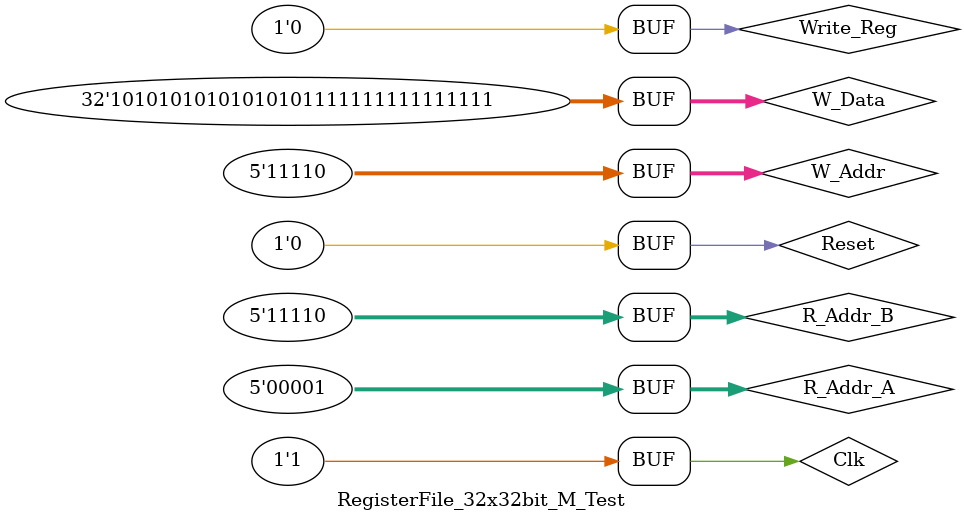
<source format=v>
`timescale 1ns / 1ps


module RegisterFile_32x32bit_M_Test;

	// Inputs
	reg [4:0] R_Addr_A;
	reg [4:0] R_Addr_B;
	reg [4:0] W_Addr;
	reg [31:0] W_Data;
	reg Write_Reg;
	reg Reset;
	reg Clk;

	// Outputs
	wire [31:0] R_Data_A;
	wire [31:0] R_Data_B;

	// Instantiate the Unit Under Test (UUT)
	RegisterFile_32x32bit_M uut (
		.R_Addr_A(R_Addr_A), 
		.R_Addr_B(R_Addr_B), 
		.W_Addr(W_Addr), 
		.W_Data(W_Data), 
		.Write_Reg(Write_Reg), 
		.R_Data_A(R_Data_A), 
		.R_Data_B(R_Data_B), 
		.Reset(Reset), 
		.Clk(Clk)
	);

	initial begin
		//³õÊ¼»¯ÐÅºÅ
		Clk=0;
		Reset = 0;
		Write_Reg = 0;
		R_Addr_A = 5'b000_00;
		R_Addr_B = 5'b111_11;
		#100
		
		//clkÉÏÉý£¬¶Á0,31(X,X)
		Clk = 1;#100;
		
		//resetÉÏÉý£¬ÇåÁã(¶Á0,31(0,0))&clkÏÂ½µ£¬×¼±¸ÐÅºÅ¡£
		Reset = 1;
		Clk = 0;
		W_Addr = 5'b000_01;
		W_Data = 32'hFFFF_AAAA;
		Write_Reg = 1;
		#100;
		
		//resetÏÂ½µ,clkÉÏÉý,¶Á0,31(0,0),Ð´1(FFFF_AAAA)
		Reset = 0;Clk = 1;#100;
		
		//clkÏÂ½µ,×¼±¸ÐÅºÅ(¶Á1,31,(FFFF_AAAA,0))
		Clk = 0;
		R_Addr_A = 5'b000_01;
		W_Addr = 5'b111_10;
		W_Data = 32'hAAAA_FFFF;
		Write_Reg = 1;
		#100;
		
		//clkÉÏÉý£¬¶Á1,31,(FFFF_AAAA,0),Ð´30(AAAA_FFFF)
		Clk = 1;#100;
		
		//clkÏÂ½µ£¬×¼±¸ÐÅºÅ(¶Á1,30,(FFFF_AAAA,AAAA_FFFF))
		Clk = 0;
		R_Addr_A = 5'b0000_1;
		R_Addr_B = 5'b1111_0;
		Write_Reg = 0;
		#100;
		
		//clkÉÏÉý£¬¶Á1,30,(FFFF_AAAA,AAAA_FFFF)
		Clk = 1;#100;
	end
      
endmodule


</source>
